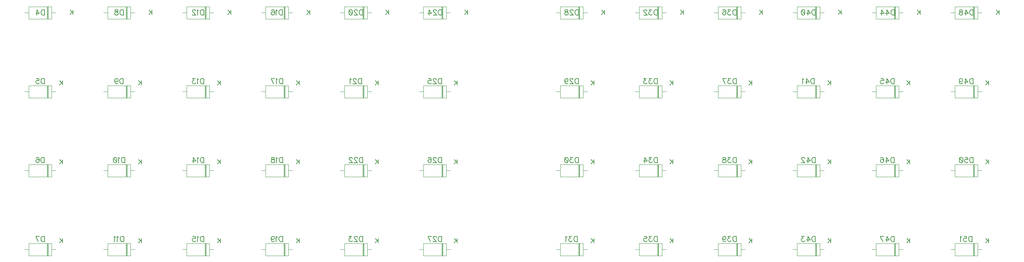
<source format=gbr>
%TF.GenerationSoftware,Novarm,DipTrace,4.3.0.4*%
%TF.CreationDate,2023-07-28T17:07:58+01:00*%
%FSLAX26Y26*%
%MOIN*%
%TF.FileFunction,Legend,Bot*%
%TF.Part,Single*%
%ADD10C,0.004724*%
%ADD22C,0.005906*%
%ADD116C,0.00772*%
G75*
G01*
%LPD*%
X9190945Y1193307D2*
D10*
X9150787D1*
Y1135433D2*
X8936614D1*
X9150787Y1251181D2*
Y1135433D1*
X9120079Y1251181D2*
Y1135433D1*
X9115354Y1251181D2*
Y1135433D1*
X9110630Y1251181D2*
Y1135433D1*
X8936614D2*
Y1251181D1*
X9150787D1*
X8896457Y1193307D2*
X8936614D1*
X6190945Y2693307D2*
X6150787D1*
Y2635433D2*
X5936614D1*
X6150787Y2751181D2*
Y2635433D1*
X6120079Y2751181D2*
Y2635433D1*
X6115354Y2751181D2*
Y2635433D1*
X6110630Y2751181D2*
Y2635433D1*
X5936614D2*
Y2751181D1*
X6150787D1*
X5896457Y2693307D2*
X5936614D1*
X1140945Y1943307D2*
X1100787D1*
Y1885433D2*
X886614D1*
X1100787Y2001181D2*
Y1885433D1*
X1070079Y2001181D2*
Y1885433D1*
X1065354Y2001181D2*
Y1885433D1*
X1060630Y2001181D2*
Y1885433D1*
X886614D2*
Y2001181D1*
X1100787D1*
X846457Y1943307D2*
X886614D1*
X4890945D2*
X4850787D1*
Y1885433D2*
X4636614D1*
X4850787Y2001181D2*
Y1885433D1*
X4820079Y2001181D2*
Y1885433D1*
X4815354Y2001181D2*
Y1885433D1*
X4810630Y2001181D2*
Y1885433D1*
X4636614D2*
Y2001181D1*
X4850787D1*
X4596457Y1943307D2*
X4636614D1*
X6940945Y2693307D2*
X6900787D1*
Y2635433D2*
X6686614D1*
X6900787Y2751181D2*
Y2635433D1*
X6870079Y2751181D2*
Y2635433D1*
X6865354Y2751181D2*
Y2635433D1*
X6860630Y2751181D2*
Y2635433D1*
X6686614D2*
Y2751181D1*
X6900787D1*
X6646457Y2693307D2*
X6686614D1*
X7690945Y1943307D2*
X7650787D1*
Y1885433D2*
X7436614D1*
X7650787Y2001181D2*
Y1885433D1*
X7620079Y2001181D2*
Y1885433D1*
X7615354Y2001181D2*
Y1885433D1*
X7610630Y2001181D2*
Y1885433D1*
X7436614D2*
Y2001181D1*
X7650787D1*
X7396457Y1943307D2*
X7436614D1*
X2640945Y3443307D2*
X2600787D1*
Y3385433D2*
X2386614D1*
X2600787Y3501181D2*
Y3385433D1*
X2570079Y3501181D2*
Y3385433D1*
X2565354Y3501181D2*
Y3385433D1*
X2560630Y3501181D2*
Y3385433D1*
X2386614D2*
Y3501181D1*
X2600787D1*
X2346457Y3443307D2*
X2386614D1*
X8440945Y2693307D2*
X8400787D1*
Y2635433D2*
X8186614D1*
X8400787Y2751181D2*
Y2635433D1*
X8370079Y2751181D2*
Y2635433D1*
X8365354Y2751181D2*
Y2635433D1*
X8360630Y2751181D2*
Y2635433D1*
X8186614D2*
Y2751181D1*
X8400787D1*
X8146457Y2693307D2*
X8186614D1*
X6190945Y3443307D2*
X6150787D1*
Y3385433D2*
X5936614D1*
X6150787Y3501181D2*
Y3385433D1*
X6120079Y3501181D2*
Y3385433D1*
X6115354Y3501181D2*
Y3385433D1*
X6110630Y3501181D2*
Y3385433D1*
X5936614D2*
Y3501181D1*
X6150787D1*
X5896457Y3443307D2*
X5936614D1*
X7690945Y2693307D2*
X7650787D1*
Y2635433D2*
X7436614D1*
X7650787Y2751181D2*
Y2635433D1*
X7620079Y2751181D2*
Y2635433D1*
X7615354Y2751181D2*
Y2635433D1*
X7610630Y2751181D2*
Y2635433D1*
X7436614D2*
Y2751181D1*
X7650787D1*
X7396457Y2693307D2*
X7436614D1*
X4890945D2*
X4850787D1*
Y2635433D2*
X4636614D1*
X4850787Y2751181D2*
Y2635433D1*
X4820079Y2751181D2*
Y2635433D1*
X4815354Y2751181D2*
Y2635433D1*
X4810630Y2751181D2*
Y2635433D1*
X4636614D2*
Y2751181D1*
X4850787D1*
X4596457Y2693307D2*
X4636614D1*
X7690945Y3443307D2*
X7650787D1*
Y3385433D2*
X7436614D1*
X7650787Y3501181D2*
Y3385433D1*
X7620079Y3501181D2*
Y3385433D1*
X7615354Y3501181D2*
Y3385433D1*
X7610630Y3501181D2*
Y3385433D1*
X7436614D2*
Y3501181D1*
X7650787D1*
X7396457Y3443307D2*
X7436614D1*
X4890945D2*
X4850787D1*
Y3385433D2*
X4636614D1*
X4850787Y3501181D2*
Y3385433D1*
X4820079Y3501181D2*
Y3385433D1*
X4815354Y3501181D2*
Y3385433D1*
X4810630Y3501181D2*
Y3385433D1*
X4636614D2*
Y3501181D1*
X4850787D1*
X4596457Y3443307D2*
X4636614D1*
X8440945Y1943307D2*
X8400787D1*
Y1885433D2*
X8186614D1*
X8400787Y2001181D2*
Y1885433D1*
X8370079Y2001181D2*
Y1885433D1*
X8365354Y2001181D2*
Y1885433D1*
X8360630Y2001181D2*
Y1885433D1*
X8186614D2*
Y2001181D1*
X8400787D1*
X8146457Y1943307D2*
X8186614D1*
X8440945Y1193307D2*
X8400787D1*
Y1135433D2*
X8186614D1*
X8400787Y1251181D2*
Y1135433D1*
X8370079Y1251181D2*
Y1135433D1*
X8365354Y1251181D2*
Y1135433D1*
X8360630Y1251181D2*
Y1135433D1*
X8186614D2*
Y1251181D1*
X8400787D1*
X8146457Y1193307D2*
X8186614D1*
X3390945Y2693307D2*
X3350787D1*
Y2635433D2*
X3136614D1*
X3350787Y2751181D2*
Y2635433D1*
X3320079Y2751181D2*
Y2635433D1*
X3315354Y2751181D2*
Y2635433D1*
X3310630Y2751181D2*
Y2635433D1*
X3136614D2*
Y2751181D1*
X3350787D1*
X3096457Y2693307D2*
X3136614D1*
X4140945Y1193307D2*
X4100787D1*
Y1135433D2*
X3886614D1*
X4100787Y1251181D2*
Y1135433D1*
X4070079Y1251181D2*
Y1135433D1*
X4065354Y1251181D2*
Y1135433D1*
X4060630Y1251181D2*
Y1135433D1*
X3886614D2*
Y1251181D1*
X4100787D1*
X3846457Y1193307D2*
X3886614D1*
X2640945Y2693307D2*
X2600787D1*
Y2635433D2*
X2386614D1*
X2600787Y2751181D2*
Y2635433D1*
X2570079Y2751181D2*
Y2635433D1*
X2565354Y2751181D2*
Y2635433D1*
X2560630Y2751181D2*
Y2635433D1*
X2386614D2*
Y2751181D1*
X2600787D1*
X2346457Y2693307D2*
X2386614D1*
X6190945Y1193307D2*
X6150787D1*
Y1135433D2*
X5936614D1*
X6150787Y1251181D2*
Y1135433D1*
X6120079Y1251181D2*
Y1135433D1*
X6115354Y1251181D2*
Y1135433D1*
X6110630Y1251181D2*
Y1135433D1*
X5936614D2*
Y1251181D1*
X6150787D1*
X5896457Y1193307D2*
X5936614D1*
X1890945Y1943307D2*
X1850787D1*
Y1885433D2*
X1636614D1*
X1850787Y2001181D2*
Y1885433D1*
X1820079Y2001181D2*
Y1885433D1*
X1815354Y2001181D2*
Y1885433D1*
X1810630Y2001181D2*
Y1885433D1*
X1636614D2*
Y2001181D1*
X1850787D1*
X1596457Y1943307D2*
X1636614D1*
X1140945Y1193307D2*
X1100787D1*
Y1135433D2*
X886614D1*
X1100787Y1251181D2*
Y1135433D1*
X1070079Y1251181D2*
Y1135433D1*
X1065354Y1251181D2*
Y1135433D1*
X1060630Y1251181D2*
Y1135433D1*
X886614D2*
Y1251181D1*
X1100787D1*
X846457Y1193307D2*
X886614D1*
X3390945Y1943307D2*
X3350787D1*
Y1885433D2*
X3136614D1*
X3350787Y2001181D2*
Y1885433D1*
X3320079Y2001181D2*
Y1885433D1*
X3315354Y2001181D2*
Y1885433D1*
X3310630Y2001181D2*
Y1885433D1*
X3136614D2*
Y2001181D1*
X3350787D1*
X3096457Y1943307D2*
X3136614D1*
X8440945Y3443307D2*
X8400787D1*
Y3385433D2*
X8186614D1*
X8400787Y3501181D2*
Y3385433D1*
X8370079Y3501181D2*
Y3385433D1*
X8365354Y3501181D2*
Y3385433D1*
X8360630Y3501181D2*
Y3385433D1*
X8186614D2*
Y3501181D1*
X8400787D1*
X8146457Y3443307D2*
X8186614D1*
X9940945Y1943307D2*
X9900787D1*
Y1885433D2*
X9686614D1*
X9900787Y2001181D2*
Y1885433D1*
X9870079Y2001181D2*
Y1885433D1*
X9865354Y2001181D2*
Y1885433D1*
X9860630Y2001181D2*
Y1885433D1*
X9686614D2*
Y2001181D1*
X9900787D1*
X9646457Y1943307D2*
X9686614D1*
X4140945D2*
X4100787D1*
Y1885433D2*
X3886614D1*
X4100787Y2001181D2*
Y1885433D1*
X4070079Y2001181D2*
Y1885433D1*
X4065354Y2001181D2*
Y1885433D1*
X4060630Y2001181D2*
Y1885433D1*
X3886614D2*
Y2001181D1*
X4100787D1*
X3846457Y1943307D2*
X3886614D1*
X4140945Y2693307D2*
X4100787D1*
Y2635433D2*
X3886614D1*
X4100787Y2751181D2*
Y2635433D1*
X4070079Y2751181D2*
Y2635433D1*
X4065354Y2751181D2*
Y2635433D1*
X4060630Y2751181D2*
Y2635433D1*
X3886614D2*
Y2751181D1*
X4100787D1*
X3846457Y2693307D2*
X3886614D1*
X9940945Y3443307D2*
X9900787D1*
Y3385433D2*
X9686614D1*
X9900787Y3501181D2*
Y3385433D1*
X9870079Y3501181D2*
Y3385433D1*
X9865354Y3501181D2*
Y3385433D1*
X9860630Y3501181D2*
Y3385433D1*
X9686614D2*
Y3501181D1*
X9900787D1*
X9646457Y3443307D2*
X9686614D1*
X1140945Y2693307D2*
X1100787D1*
Y2635433D2*
X886614D1*
X1100787Y2751181D2*
Y2635433D1*
X1070079Y2751181D2*
Y2635433D1*
X1065354Y2751181D2*
Y2635433D1*
X1060630Y2751181D2*
Y2635433D1*
X886614D2*
Y2751181D1*
X1100787D1*
X846457Y2693307D2*
X886614D1*
X7690945Y1193307D2*
X7650787D1*
Y1135433D2*
X7436614D1*
X7650787Y1251181D2*
Y1135433D1*
X7620079Y1251181D2*
Y1135433D1*
X7615354Y1251181D2*
Y1135433D1*
X7610630Y1251181D2*
Y1135433D1*
X7436614D2*
Y1251181D1*
X7650787D1*
X7396457Y1193307D2*
X7436614D1*
X1890945Y2693307D2*
X1850787D1*
Y2635433D2*
X1636614D1*
X1850787Y2751181D2*
Y2635433D1*
X1820079Y2751181D2*
Y2635433D1*
X1815354Y2751181D2*
Y2635433D1*
X1810630Y2751181D2*
Y2635433D1*
X1636614D2*
Y2751181D1*
X1850787D1*
X1596457Y2693307D2*
X1636614D1*
X6940945Y1193307D2*
X6900787D1*
Y1135433D2*
X6686614D1*
X6900787Y1251181D2*
Y1135433D1*
X6870079Y1251181D2*
Y1135433D1*
X6865354Y1251181D2*
Y1135433D1*
X6860630Y1251181D2*
Y1135433D1*
X6686614D2*
Y1251181D1*
X6900787D1*
X6646457Y1193307D2*
X6686614D1*
X2640945Y1943307D2*
X2600787D1*
Y1885433D2*
X2386614D1*
X2600787Y2001181D2*
Y1885433D1*
X2570079Y2001181D2*
Y1885433D1*
X2565354Y2001181D2*
Y1885433D1*
X2560630Y2001181D2*
Y1885433D1*
X2386614D2*
Y2001181D1*
X2600787D1*
X2346457Y1943307D2*
X2386614D1*
X3390945Y1193307D2*
X3350787D1*
Y1135433D2*
X3136614D1*
X3350787Y1251181D2*
Y1135433D1*
X3320079Y1251181D2*
Y1135433D1*
X3315354Y1251181D2*
Y1135433D1*
X3310630Y1251181D2*
Y1135433D1*
X3136614D2*
Y1251181D1*
X3350787D1*
X3096457Y1193307D2*
X3136614D1*
X4890945D2*
X4850787D1*
Y1135433D2*
X4636614D1*
X4850787Y1251181D2*
Y1135433D1*
X4820079Y1251181D2*
Y1135433D1*
X4815354Y1251181D2*
Y1135433D1*
X4810630Y1251181D2*
Y1135433D1*
X4636614D2*
Y1251181D1*
X4850787D1*
X4596457Y1193307D2*
X4636614D1*
X1140945Y3443307D2*
X1100787D1*
Y3385433D2*
X886614D1*
X1100787Y3501181D2*
Y3385433D1*
X1070079Y3501181D2*
Y3385433D1*
X1065354Y3501181D2*
Y3385433D1*
X1060630Y3501181D2*
Y3385433D1*
X886614D2*
Y3501181D1*
X1100787D1*
X846457Y3443307D2*
X886614D1*
X3390945D2*
X3350787D1*
Y3385433D2*
X3136614D1*
X3350787Y3501181D2*
Y3385433D1*
X3320079Y3501181D2*
Y3385433D1*
X3315354Y3501181D2*
Y3385433D1*
X3310630Y3501181D2*
Y3385433D1*
X3136614D2*
Y3501181D1*
X3350787D1*
X3096457Y3443307D2*
X3136614D1*
X1890945Y1193307D2*
X1850787D1*
Y1135433D2*
X1636614D1*
X1850787Y1251181D2*
Y1135433D1*
X1820079Y1251181D2*
Y1135433D1*
X1815354Y1251181D2*
Y1135433D1*
X1810630Y1251181D2*
Y1135433D1*
X1636614D2*
Y1251181D1*
X1850787D1*
X1596457Y1193307D2*
X1636614D1*
X6940945Y3443307D2*
X6900787D1*
Y3385433D2*
X6686614D1*
X6900787Y3501181D2*
Y3385433D1*
X6870079Y3501181D2*
Y3385433D1*
X6865354Y3501181D2*
Y3385433D1*
X6860630Y3501181D2*
Y3385433D1*
X6686614D2*
Y3501181D1*
X6900787D1*
X6646457Y3443307D2*
X6686614D1*
X6940945Y1943307D2*
X6900787D1*
Y1885433D2*
X6686614D1*
X6900787Y2001181D2*
Y1885433D1*
X6870079Y2001181D2*
Y1885433D1*
X6865354Y2001181D2*
Y1885433D1*
X6860630Y2001181D2*
Y1885433D1*
X6686614D2*
Y2001181D1*
X6900787D1*
X6646457Y1943307D2*
X6686614D1*
X9190945Y3443307D2*
X9150787D1*
Y3385433D2*
X8936614D1*
X9150787Y3501181D2*
Y3385433D1*
X9120079Y3501181D2*
Y3385433D1*
X9115354Y3501181D2*
Y3385433D1*
X9110630Y3501181D2*
Y3385433D1*
X8936614D2*
Y3501181D1*
X9150787D1*
X8896457Y3443307D2*
X8936614D1*
X1890945D2*
X1850787D1*
Y3385433D2*
X1636614D1*
X1850787Y3501181D2*
Y3385433D1*
X1820079Y3501181D2*
Y3385433D1*
X1815354Y3501181D2*
Y3385433D1*
X1810630Y3501181D2*
Y3385433D1*
X1636614D2*
Y3501181D1*
X1850787D1*
X1596457Y3443307D2*
X1636614D1*
X6190945Y1943307D2*
X6150787D1*
Y1885433D2*
X5936614D1*
X6150787Y2001181D2*
Y1885433D1*
X6120079Y2001181D2*
Y1885433D1*
X6115354Y2001181D2*
Y1885433D1*
X6110630Y2001181D2*
Y1885433D1*
X5936614D2*
Y2001181D1*
X6150787D1*
X5896457Y1943307D2*
X5936614D1*
X9940945Y1193307D2*
X9900787D1*
Y1135433D2*
X9686614D1*
X9900787Y1251181D2*
Y1135433D1*
X9870079Y1251181D2*
Y1135433D1*
X9865354Y1251181D2*
Y1135433D1*
X9860630Y1251181D2*
Y1135433D1*
X9686614D2*
Y1251181D1*
X9900787D1*
X9646457Y1193307D2*
X9686614D1*
X9940945Y2693307D2*
X9900787D1*
Y2635433D2*
X9686614D1*
X9900787Y2751181D2*
Y2635433D1*
X9870079Y2751181D2*
Y2635433D1*
X9865354Y2751181D2*
Y2635433D1*
X9860630Y2751181D2*
Y2635433D1*
X9686614D2*
Y2751181D1*
X9900787D1*
X9646457Y2693307D2*
X9686614D1*
X9190945D2*
X9150787D1*
Y2635433D2*
X8936614D1*
X9150787Y2751181D2*
Y2635433D1*
X9120079Y2751181D2*
Y2635433D1*
X9115354Y2751181D2*
Y2635433D1*
X9110630Y2751181D2*
Y2635433D1*
X8936614D2*
Y2751181D1*
X9150787D1*
X8896457Y2693307D2*
X8936614D1*
X9190945Y1943307D2*
X9150787D1*
Y1885433D2*
X8936614D1*
X9150787Y2001181D2*
Y1885433D1*
X9120079Y2001181D2*
Y1885433D1*
X9115354Y2001181D2*
Y1885433D1*
X9110630Y2001181D2*
Y1885433D1*
X8936614D2*
Y2001181D1*
X9150787D1*
X8896457Y1943307D2*
X8936614D1*
X4140945Y3443307D2*
X4100787D1*
Y3385433D2*
X3886614D1*
X4100787Y3501181D2*
Y3385433D1*
X4070079Y3501181D2*
Y3385433D1*
X4065354Y3501181D2*
Y3385433D1*
X4060630Y3501181D2*
Y3385433D1*
X3886614D2*
Y3501181D1*
X4100787D1*
X3846457Y3443307D2*
X3886614D1*
X2640945Y1193307D2*
X2600787D1*
Y1135433D2*
X2386614D1*
X2600787Y1251181D2*
Y1135433D1*
X2570079Y1251181D2*
Y1135433D1*
X2565354Y1251181D2*
Y1135433D1*
X2560630Y1251181D2*
Y1135433D1*
X2386614D2*
Y1251181D1*
X2600787D1*
X2346457Y1193307D2*
X2386614D1*
X9257098Y1298490D2*
D22*
Y1258298D1*
X9230303Y1298490D2*
X9257098Y1271695D1*
X9247548Y1281290D2*
X9230303Y1258298D1*
X9110568Y1318683D2*
D116*
Y1268443D1*
X9093822D1*
X9086637Y1270875D1*
X9081828Y1275628D1*
X9079452Y1280437D1*
X9077075Y1287567D1*
Y1299560D1*
X9079452Y1306745D1*
X9081828Y1311498D1*
X9086637Y1316307D1*
X9093822Y1318683D1*
X9110568D1*
X9037704Y1268443D2*
Y1318628D1*
X9061636Y1285190D1*
X9025766D1*
X9000765Y1268443D2*
X8976833Y1318628D1*
X9010327D1*
X6257098Y2798490D2*
D22*
Y2758298D1*
X6230303Y2798490D2*
X6257098Y2771695D1*
X6247548Y2781290D2*
X6230303Y2758298D1*
X6108192Y2818683D2*
D116*
Y2768443D1*
X6091445D1*
X6084260Y2770875D1*
X6079452Y2775628D1*
X6077075Y2780437D1*
X6074698Y2787567D1*
Y2799560D1*
X6077075Y2806745D1*
X6079452Y2811498D1*
X6084260Y2816307D1*
X6091445Y2818683D1*
X6108192D1*
X6056827Y2806690D2*
Y2809066D1*
X6054451Y2813875D1*
X6052074Y2816252D1*
X6047266Y2818628D1*
X6037704D1*
X6032951Y2816252D1*
X6030574Y2813875D1*
X6028142Y2809066D1*
Y2804313D1*
X6030574Y2799505D1*
X6035327Y2792375D1*
X6059259Y2768443D1*
X6025766D1*
X5979210Y2801937D2*
X5981642Y2794752D1*
X5986395Y2789943D1*
X5993580Y2787567D1*
X5995956D1*
X6003142Y2789943D1*
X6007895Y2794752D1*
X6010327Y2801937D1*
Y2804313D1*
X6007895Y2811498D1*
X6003142Y2816252D1*
X5995956Y2818628D1*
X5993580D1*
X5986395Y2816252D1*
X5981642Y2811498D1*
X5979210Y2801937D1*
Y2789943D1*
X5981642Y2778005D1*
X5986395Y2770820D1*
X5993580Y2768443D1*
X5998333D1*
X6005518Y2770820D1*
X6007895Y2775628D1*
X1207098Y2048490D2*
D22*
Y2008298D1*
X1180303Y2048490D2*
X1207098Y2021695D1*
X1197548Y2031290D2*
X1180303Y2008298D1*
X1033698Y2068683D2*
D116*
Y2018443D1*
X1016951D1*
X1009766Y2020875D1*
X1004958Y2025628D1*
X1002581Y2030437D1*
X1000204Y2037567D1*
Y2049560D1*
X1002581Y2056745D1*
X1004958Y2061498D1*
X1009766Y2066307D1*
X1016951Y2068683D1*
X1033698D1*
X956080Y2061498D2*
X958457Y2066252D1*
X965642Y2068628D1*
X970395D1*
X977580Y2066252D1*
X982389Y2059066D1*
X984765Y2047128D1*
Y2035190D1*
X982389Y2025628D1*
X977580Y2020820D1*
X970395Y2018443D1*
X968019D1*
X960889Y2020820D1*
X956080Y2025628D1*
X953704Y2032813D1*
Y2035190D1*
X956080Y2042375D1*
X960889Y2047128D1*
X968019Y2049505D1*
X970395D1*
X977580Y2047128D1*
X982389Y2042375D1*
X984765Y2035190D1*
X4957098Y2048490D2*
D22*
Y2008298D1*
X4930303Y2048490D2*
X4957098Y2021695D1*
X4947548Y2031290D2*
X4930303Y2008298D1*
X4808164Y2068683D2*
D116*
Y2018443D1*
X4791417D1*
X4784232Y2020875D1*
X4779424Y2025628D1*
X4777047Y2030437D1*
X4774671Y2037567D1*
Y2049560D1*
X4777047Y2056745D1*
X4779424Y2061498D1*
X4784232Y2066307D1*
X4791417Y2068683D1*
X4808164D1*
X4756800Y2056690D2*
Y2059066D1*
X4754423Y2063875D1*
X4752046Y2066252D1*
X4747238Y2068628D1*
X4737676D1*
X4732923Y2066252D1*
X4730547Y2063875D1*
X4728115Y2059066D1*
Y2054313D1*
X4730547Y2049505D1*
X4735300Y2042375D1*
X4759232Y2018443D1*
X4725738D1*
X4681614Y2061498D2*
X4683991Y2066252D1*
X4691176Y2068628D1*
X4695929D1*
X4703114Y2066252D1*
X4707922Y2059066D1*
X4710299Y2047128D1*
Y2035190D1*
X4707922Y2025628D1*
X4703114Y2020820D1*
X4695929Y2018443D1*
X4693552D1*
X4686423Y2020820D1*
X4681614Y2025628D1*
X4679237Y2032813D1*
Y2035190D1*
X4681614Y2042375D1*
X4686423Y2047128D1*
X4693552Y2049505D1*
X4695929D1*
X4703114Y2047128D1*
X4707922Y2042375D1*
X4710299Y2035190D1*
X7007098Y2798490D2*
D22*
Y2758298D1*
X6980303Y2798490D2*
X7007098Y2771695D1*
X6997548Y2781290D2*
X6980303Y2758298D1*
X6859380Y2818683D2*
D116*
Y2768443D1*
X6842633D1*
X6835448Y2770875D1*
X6830640Y2775628D1*
X6828263Y2780437D1*
X6825887Y2787567D1*
Y2799560D1*
X6828263Y2806745D1*
X6830640Y2811498D1*
X6835448Y2816307D1*
X6842633Y2818683D1*
X6859380D1*
X6805639Y2818628D2*
X6779386D1*
X6793701Y2799505D1*
X6786516D1*
X6781763Y2797128D1*
X6779386Y2794752D1*
X6776954Y2787567D1*
Y2782813D1*
X6779386Y2775628D1*
X6784139Y2770820D1*
X6791324Y2768443D1*
X6798509D1*
X6805639Y2770820D1*
X6808016Y2773252D1*
X6810447Y2778005D1*
X6756706Y2818628D2*
X6730453D1*
X6744768Y2799505D1*
X6737583D1*
X6732830Y2797128D1*
X6730453Y2794752D1*
X6728022Y2787567D1*
Y2782813D1*
X6730453Y2775628D1*
X6735207Y2770820D1*
X6742392Y2768443D1*
X6749577D1*
X6756706Y2770820D1*
X6759083Y2773252D1*
X6761515Y2778005D1*
X7757098Y2048490D2*
D22*
Y2008298D1*
X7730303Y2048490D2*
X7757098Y2021695D1*
X7747548Y2031290D2*
X7730303Y2008298D1*
X7609352Y2068683D2*
D116*
Y2018443D1*
X7592606D1*
X7585421Y2020875D1*
X7580612Y2025628D1*
X7578236Y2030437D1*
X7575859Y2037567D1*
Y2049560D1*
X7578236Y2056745D1*
X7580612Y2061498D1*
X7585421Y2066307D1*
X7592606Y2068683D1*
X7609352D1*
X7555611Y2068628D2*
X7529358D1*
X7543673Y2049505D1*
X7536488D1*
X7531735Y2047128D1*
X7529358Y2044752D1*
X7526926Y2037567D1*
Y2032813D1*
X7529358Y2025628D1*
X7534112Y2020820D1*
X7541297Y2018443D1*
X7548482D1*
X7555611Y2020820D1*
X7557988Y2023252D1*
X7560420Y2028005D1*
X7499549Y2068628D2*
X7506679Y2066252D1*
X7509111Y2061498D1*
Y2056690D1*
X7506679Y2051937D1*
X7501926Y2049505D1*
X7492364Y2047128D1*
X7485179Y2044752D1*
X7480426Y2039943D1*
X7478049Y2035190D1*
Y2028005D1*
X7480426Y2023252D1*
X7482802Y2020820D1*
X7489987Y2018443D1*
X7499549D1*
X7506679Y2020820D1*
X7509111Y2023252D1*
X7511487Y2028005D1*
Y2035190D1*
X7509111Y2039943D1*
X7504302Y2044752D1*
X7497172Y2047128D1*
X7487611Y2049505D1*
X7482802Y2051937D1*
X7480426Y2056690D1*
Y2061498D1*
X7482802Y2066252D1*
X7489987Y2068628D1*
X7499549D1*
X2807098Y3466207D2*
D22*
Y3426015D1*
X2780303Y3466207D2*
X2807098Y3439412D1*
X2797548Y3449007D2*
X2780303Y3426015D1*
X2548630Y3471833D2*
D116*
Y3421593D1*
X2531883D1*
X2524698Y3424025D1*
X2519890Y3428778D1*
X2517513Y3433586D1*
X2515137Y3440716D1*
Y3452710D1*
X2517513Y3459895D1*
X2519890Y3464648D1*
X2524698Y3469456D1*
X2531883Y3471833D1*
X2548630D1*
X2499698Y3462216D2*
X2494889Y3464648D1*
X2487704Y3471778D1*
Y3421593D1*
X2469833Y3459839D2*
Y3462216D1*
X2467456Y3467025D1*
X2465080Y3469401D1*
X2460271Y3471778D1*
X2450710D1*
X2445956Y3469401D1*
X2443580Y3467025D1*
X2441148Y3462216D1*
Y3457463D1*
X2443580Y3452654D1*
X2448333Y3445525D1*
X2472265Y3421593D1*
X2438771D1*
X8507098Y2798490D2*
D22*
Y2758298D1*
X8480303Y2798490D2*
X8507098Y2771695D1*
X8497548Y2781290D2*
X8480303Y2758298D1*
X8349818Y2818683D2*
D116*
Y2768443D1*
X8333072D1*
X8325887Y2770875D1*
X8321078Y2775628D1*
X8318702Y2780437D1*
X8316325Y2787567D1*
Y2799560D1*
X8318702Y2806745D1*
X8321078Y2811498D1*
X8325887Y2816307D1*
X8333072Y2818683D1*
X8349818D1*
X8276954Y2768443D2*
Y2818628D1*
X8300886Y2785190D1*
X8265016D1*
X8249577Y2809066D2*
X8244768Y2811498D1*
X8237583Y2818628D1*
Y2768443D1*
X6357098Y3466207D2*
D22*
Y3426015D1*
X6330303Y3466207D2*
X6357098Y3439412D1*
X6347548Y3449007D2*
X6330303Y3426015D1*
X6109352Y3471833D2*
D116*
Y3421593D1*
X6092606D1*
X6085421Y3424025D1*
X6080612Y3428778D1*
X6078236Y3433586D1*
X6075859Y3440716D1*
Y3452710D1*
X6078236Y3459895D1*
X6080612Y3464648D1*
X6085421Y3469456D1*
X6092606Y3471833D1*
X6109352D1*
X6057988Y3459839D2*
Y3462216D1*
X6055611Y3467025D1*
X6053235Y3469401D1*
X6048426Y3471778D1*
X6038865D1*
X6034112Y3469401D1*
X6031735Y3467025D1*
X6029303Y3462216D1*
Y3457463D1*
X6031735Y3452654D1*
X6036488Y3445525D1*
X6060420Y3421593D1*
X6026926D1*
X5999549Y3471778D2*
X6006679Y3469401D1*
X6009111Y3464648D1*
Y3459839D1*
X6006679Y3455086D1*
X6001926Y3452654D1*
X5992364Y3450278D1*
X5985179Y3447901D1*
X5980426Y3443093D1*
X5978049Y3438340D1*
Y3431155D1*
X5980426Y3426401D1*
X5982802Y3423970D1*
X5989987Y3421593D1*
X5999549D1*
X6006679Y3423970D1*
X6009111Y3426401D1*
X6011487Y3431155D1*
Y3438340D1*
X6009111Y3443093D1*
X6004302Y3447901D1*
X5997172Y3450278D1*
X5987611Y3452654D1*
X5982802Y3455086D1*
X5980426Y3459839D1*
Y3464648D1*
X5982802Y3469401D1*
X5989987Y3471778D1*
X5999549D1*
X7757098Y2798490D2*
D22*
Y2758298D1*
X7730303Y2798490D2*
X7757098Y2771695D1*
X7747548Y2781290D2*
X7730303Y2758298D1*
X7609380Y2818683D2*
D116*
Y2768443D1*
X7592633D1*
X7585448Y2770875D1*
X7580640Y2775628D1*
X7578263Y2780437D1*
X7575887Y2787567D1*
Y2799560D1*
X7578263Y2806745D1*
X7580640Y2811498D1*
X7585448Y2816307D1*
X7592633Y2818683D1*
X7609380D1*
X7555639Y2818628D2*
X7529386D1*
X7543701Y2799505D1*
X7536516D1*
X7531763Y2797128D1*
X7529386Y2794752D1*
X7526954Y2787567D1*
Y2782813D1*
X7529386Y2775628D1*
X7534139Y2770820D1*
X7541324Y2768443D1*
X7548509D1*
X7555639Y2770820D1*
X7558016Y2773252D1*
X7560447Y2778005D1*
X7501953Y2768443D2*
X7478022Y2818628D1*
X7511515D1*
X4957098Y2798490D2*
D22*
Y2758298D1*
X4930303Y2798490D2*
X4957098Y2771695D1*
X4947548Y2781290D2*
X4930303Y2758298D1*
X4809380Y2818683D2*
D116*
Y2768443D1*
X4792633D1*
X4785448Y2770875D1*
X4780640Y2775628D1*
X4778263Y2780437D1*
X4775887Y2787567D1*
Y2799560D1*
X4778263Y2806745D1*
X4780640Y2811498D1*
X4785448Y2816307D1*
X4792633Y2818683D1*
X4809380D1*
X4758016Y2806690D2*
Y2809066D1*
X4755639Y2813875D1*
X4753262Y2816252D1*
X4748454Y2818628D1*
X4738892D1*
X4734139Y2816252D1*
X4731763Y2813875D1*
X4729331Y2809066D1*
Y2804313D1*
X4731763Y2799505D1*
X4736516Y2792375D1*
X4760447Y2768443D1*
X4726954D1*
X4682830Y2818628D2*
X4706706D1*
X4709083Y2797128D1*
X4706706Y2799505D1*
X4699521Y2801937D1*
X4692392D1*
X4685207Y2799505D1*
X4680398Y2794752D1*
X4678022Y2787567D1*
Y2782813D1*
X4680398Y2775628D1*
X4685207Y2770820D1*
X4692392Y2768443D1*
X4699521D1*
X4706706Y2770820D1*
X4709083Y2773252D1*
X4711515Y2778005D1*
X7857098Y3466207D2*
D22*
Y3426015D1*
X7830303Y3466207D2*
X7857098Y3439412D1*
X7847548Y3449007D2*
X7830303Y3426015D1*
X7608164Y3471833D2*
D116*
Y3421593D1*
X7591417D1*
X7584232Y3424025D1*
X7579424Y3428778D1*
X7577047Y3433586D1*
X7574671Y3440716D1*
Y3452710D1*
X7577047Y3459895D1*
X7579424Y3464648D1*
X7584232Y3469456D1*
X7591417Y3471833D1*
X7608164D1*
X7554423Y3471778D2*
X7528170D1*
X7542485Y3452654D1*
X7535300D1*
X7530547Y3450278D1*
X7528170Y3447901D1*
X7525738Y3440716D1*
Y3435963D1*
X7528170Y3428778D1*
X7532923Y3423970D1*
X7540108Y3421593D1*
X7547293D1*
X7554423Y3423970D1*
X7556800Y3426401D1*
X7559232Y3431155D1*
X7481614Y3464648D2*
X7483991Y3469401D1*
X7491176Y3471778D1*
X7495929D1*
X7503114Y3469401D1*
X7507922Y3462216D1*
X7510299Y3450278D1*
Y3438340D1*
X7507922Y3428778D1*
X7503114Y3423970D1*
X7495929Y3421593D1*
X7493552D1*
X7486423Y3423970D1*
X7481614Y3428778D1*
X7479237Y3435963D1*
Y3438340D1*
X7481614Y3445525D1*
X7486423Y3450278D1*
X7493552Y3452654D1*
X7495929D1*
X7503114Y3450278D1*
X7507922Y3445525D1*
X7510299Y3438340D1*
X5057098Y3466207D2*
D22*
Y3426015D1*
X5030303Y3466207D2*
X5057098Y3439412D1*
X5047548Y3449007D2*
X5030303Y3426015D1*
X4810568Y3471833D2*
D116*
Y3421593D1*
X4793822D1*
X4786637Y3424025D1*
X4781828Y3428778D1*
X4779452Y3433586D1*
X4777075Y3440716D1*
Y3452710D1*
X4779452Y3459895D1*
X4781828Y3464648D1*
X4786637Y3469456D1*
X4793822Y3471833D1*
X4810568D1*
X4759204Y3459839D2*
Y3462216D1*
X4756827Y3467025D1*
X4754451Y3469401D1*
X4749642Y3471778D1*
X4740081D1*
X4735327Y3469401D1*
X4732951Y3467025D1*
X4730519Y3462216D1*
Y3457463D1*
X4732951Y3452654D1*
X4737704Y3445525D1*
X4761636Y3421593D1*
X4728142D1*
X4688771D2*
Y3471778D1*
X4712703Y3438340D1*
X4676833D1*
X8507098Y2048490D2*
D22*
Y2008298D1*
X8480303Y2048490D2*
X8507098Y2021695D1*
X8497548Y2031290D2*
X8480303Y2008298D1*
X8360568Y2068683D2*
D116*
Y2018443D1*
X8343822D1*
X8336637Y2020875D1*
X8331828Y2025628D1*
X8329452Y2030437D1*
X8327075Y2037567D1*
Y2049560D1*
X8329452Y2056745D1*
X8331828Y2061498D1*
X8336637Y2066307D1*
X8343822Y2068683D1*
X8360568D1*
X8287704Y2018443D2*
Y2068628D1*
X8311636Y2035190D1*
X8275766D1*
X8257895Y2056690D2*
Y2059066D1*
X8255518Y2063875D1*
X8253142Y2066252D1*
X8248333Y2068628D1*
X8238771D1*
X8234018Y2066252D1*
X8231642Y2063875D1*
X8229210Y2059066D1*
Y2054313D1*
X8231642Y2049505D1*
X8236395Y2042375D1*
X8260327Y2018443D1*
X8226833D1*
X8507098Y1298490D2*
D22*
Y1258298D1*
X8480303Y1298490D2*
X8507098Y1271695D1*
X8497548Y1281290D2*
X8480303Y1258298D1*
X8360568Y1318683D2*
D116*
Y1268443D1*
X8343822D1*
X8336637Y1270875D1*
X8331828Y1275628D1*
X8329452Y1280437D1*
X8327075Y1287567D1*
Y1299560D1*
X8329452Y1306745D1*
X8331828Y1311498D1*
X8336637Y1316307D1*
X8343822Y1318683D1*
X8360568D1*
X8287704Y1268443D2*
Y1318628D1*
X8311636Y1285190D1*
X8275766D1*
X8255518Y1318628D2*
X8229265D1*
X8243580Y1299505D1*
X8236395D1*
X8231642Y1297128D1*
X8229265Y1294752D1*
X8226833Y1287567D1*
Y1282813D1*
X8229265Y1275628D1*
X8234018Y1270820D1*
X8241203Y1268443D1*
X8248388D1*
X8255518Y1270820D1*
X8257895Y1273252D1*
X8260327Y1278005D1*
X3457098Y2798490D2*
D22*
Y2758298D1*
X3430303Y2798490D2*
X3457098Y2771695D1*
X3447548Y2781290D2*
X3430303Y2758298D1*
X3298630Y2818683D2*
D116*
Y2768443D1*
X3281883D1*
X3274698Y2770875D1*
X3269890Y2775628D1*
X3267513Y2780437D1*
X3265137Y2787567D1*
Y2799560D1*
X3267513Y2806745D1*
X3269890Y2811498D1*
X3274698Y2816307D1*
X3281883Y2818683D1*
X3298630D1*
X3249698Y2809066D2*
X3244889Y2811498D1*
X3237704Y2818628D1*
Y2768443D1*
X3212703D2*
X3188771Y2818628D1*
X3222265D1*
X4207098Y1298490D2*
D22*
Y1258298D1*
X4180303Y1298490D2*
X4207098Y1271695D1*
X4197548Y1281290D2*
X4180303Y1258298D1*
X4059380Y1318683D2*
D116*
Y1268443D1*
X4042633D1*
X4035448Y1270875D1*
X4030640Y1275628D1*
X4028263Y1280437D1*
X4025887Y1287567D1*
Y1299560D1*
X4028263Y1306745D1*
X4030640Y1311498D1*
X4035448Y1316307D1*
X4042633Y1318683D1*
X4059380D1*
X4008016Y1306690D2*
Y1309066D1*
X4005639Y1313875D1*
X4003262Y1316252D1*
X3998454Y1318628D1*
X3988892D1*
X3984139Y1316252D1*
X3981763Y1313875D1*
X3979331Y1309066D1*
Y1304313D1*
X3981763Y1299505D1*
X3986516Y1292375D1*
X4010447Y1268443D1*
X3976954D1*
X3956706Y1318628D2*
X3930453D1*
X3944768Y1299505D1*
X3937583D1*
X3932830Y1297128D1*
X3930453Y1294752D1*
X3928022Y1287567D1*
Y1282813D1*
X3930453Y1275628D1*
X3935207Y1270820D1*
X3942392Y1268443D1*
X3949577D1*
X3956706Y1270820D1*
X3959083Y1273252D1*
X3961515Y1278005D1*
X2707098Y2798490D2*
D22*
Y2758298D1*
X2680303Y2798490D2*
X2707098Y2771695D1*
X2697548Y2781290D2*
X2680303Y2758298D1*
X2548630Y2818683D2*
D116*
Y2768443D1*
X2531883D1*
X2524698Y2770875D1*
X2519890Y2775628D1*
X2517513Y2780437D1*
X2515137Y2787567D1*
Y2799560D1*
X2517513Y2806745D1*
X2519890Y2811498D1*
X2524698Y2816307D1*
X2531883Y2818683D1*
X2548630D1*
X2499698Y2809066D2*
X2494889Y2811498D1*
X2487704Y2818628D1*
Y2768443D1*
X2467456Y2818628D2*
X2441203D1*
X2455518Y2799505D1*
X2448333D1*
X2443580Y2797128D1*
X2441203Y2794752D1*
X2438771Y2787567D1*
Y2782813D1*
X2441203Y2775628D1*
X2445956Y2770820D1*
X2453142Y2768443D1*
X2460327D1*
X2467456Y2770820D1*
X2469833Y2773252D1*
X2472265Y2778005D1*
X6257098Y1298490D2*
D22*
Y1258298D1*
X6230303Y1298490D2*
X6257098Y1271695D1*
X6247548Y1281290D2*
X6230303Y1258298D1*
X6098630Y1318683D2*
D116*
Y1268443D1*
X6081883D1*
X6074698Y1270875D1*
X6069890Y1275628D1*
X6067513Y1280437D1*
X6065137Y1287567D1*
Y1299560D1*
X6067513Y1306745D1*
X6069890Y1311498D1*
X6074698Y1316307D1*
X6081883Y1318683D1*
X6098630D1*
X6044889Y1318628D2*
X6018636D1*
X6032951Y1299505D1*
X6025766D1*
X6021013Y1297128D1*
X6018636Y1294752D1*
X6016204Y1287567D1*
Y1282813D1*
X6018636Y1275628D1*
X6023389Y1270820D1*
X6030574Y1268443D1*
X6037759D1*
X6044889Y1270820D1*
X6047266Y1273252D1*
X6049698Y1278005D1*
X6000765Y1309066D2*
X5995956Y1311498D1*
X5988771Y1318628D1*
Y1268443D1*
X1957098Y2048490D2*
D22*
Y2008298D1*
X1930303Y2048490D2*
X1957098Y2021695D1*
X1947548Y2031290D2*
X1930303Y2008298D1*
X1798630Y2068683D2*
D116*
Y2018443D1*
X1781883D1*
X1774698Y2020875D1*
X1769890Y2025628D1*
X1767513Y2030437D1*
X1765137Y2037567D1*
Y2049560D1*
X1767513Y2056745D1*
X1769890Y2061498D1*
X1774698Y2066307D1*
X1781883Y2068683D1*
X1798630D1*
X1749698Y2059066D2*
X1744889Y2061498D1*
X1737704Y2068628D1*
Y2018443D1*
X1707895Y2068628D2*
X1715080Y2066252D1*
X1719888Y2059066D1*
X1722265Y2047128D1*
Y2039943D1*
X1719888Y2028005D1*
X1715080Y2020820D1*
X1707895Y2018443D1*
X1703142D1*
X1695956Y2020820D1*
X1691203Y2028005D1*
X1688771Y2039943D1*
Y2047128D1*
X1691203Y2059066D1*
X1695956Y2066252D1*
X1703142Y2068628D1*
X1707895D1*
X1691203Y2059066D2*
X1719888Y2028005D1*
X1207098Y1298490D2*
D22*
Y1258298D1*
X1180303Y1298490D2*
X1207098Y1271695D1*
X1197548Y1281290D2*
X1180303Y1258298D1*
X1034914Y1318683D2*
D116*
Y1268443D1*
X1018167D1*
X1010982Y1270875D1*
X1006174Y1275628D1*
X1003797Y1280437D1*
X1001420Y1287567D1*
Y1299560D1*
X1003797Y1306745D1*
X1006174Y1311498D1*
X1010982Y1316307D1*
X1018167Y1318683D1*
X1034914D1*
X976420Y1268443D2*
X952488Y1318628D1*
X985981D1*
X3457098Y2048490D2*
D22*
Y2008298D1*
X3430303Y2048490D2*
X3457098Y2021695D1*
X3447548Y2031290D2*
X3430303Y2008298D1*
X3298602Y2068683D2*
D116*
Y2018443D1*
X3281856D1*
X3274671Y2020875D1*
X3269862Y2025628D1*
X3267486Y2030437D1*
X3265109Y2037567D1*
Y2049560D1*
X3267486Y2056745D1*
X3269862Y2061498D1*
X3274671Y2066307D1*
X3281856Y2068683D1*
X3298602D1*
X3249670Y2059066D2*
X3244861Y2061498D1*
X3237676Y2068628D1*
Y2018443D1*
X3210299Y2068628D2*
X3217429Y2066252D1*
X3219861Y2061498D1*
Y2056690D1*
X3217429Y2051937D1*
X3212676Y2049505D1*
X3203114Y2047128D1*
X3195929Y2044752D1*
X3191176Y2039943D1*
X3188799Y2035190D1*
Y2028005D1*
X3191176Y2023252D1*
X3193552Y2020820D1*
X3200737Y2018443D1*
X3210299D1*
X3217429Y2020820D1*
X3219861Y2023252D1*
X3222237Y2028005D1*
Y2035190D1*
X3219861Y2039943D1*
X3215052Y2044752D1*
X3207922Y2047128D1*
X3198361Y2049505D1*
X3193552Y2051937D1*
X3191176Y2056690D1*
Y2061498D1*
X3193552Y2066252D1*
X3200737Y2068628D1*
X3210299D1*
X8607098Y3466207D2*
D22*
Y3426015D1*
X8580303Y3466207D2*
X8607098Y3439412D1*
X8597548Y3449007D2*
X8580303Y3426015D1*
X8360568Y3471833D2*
D116*
Y3421593D1*
X8343822D1*
X8336637Y3424025D1*
X8331828Y3428778D1*
X8329452Y3433586D1*
X8327075Y3440716D1*
Y3452710D1*
X8329452Y3459895D1*
X8331828Y3464648D1*
X8336637Y3469456D1*
X8343822Y3471833D1*
X8360568D1*
X8287704Y3421593D2*
Y3471778D1*
X8311636Y3438340D1*
X8275766D1*
X8245956Y3471778D2*
X8253142Y3469401D1*
X8257950Y3462216D1*
X8260327Y3450278D1*
Y3443093D1*
X8257950Y3431155D1*
X8253142Y3423970D1*
X8245956Y3421593D1*
X8241203D1*
X8234018Y3423970D1*
X8229265Y3431155D1*
X8226833Y3443093D1*
Y3450278D1*
X8229265Y3462216D1*
X8234018Y3469401D1*
X8241203Y3471778D1*
X8245956D1*
X8229265Y3462216D2*
X8257950Y3431155D1*
X10007098Y2048490D2*
D22*
Y2008298D1*
X9980303Y2048490D2*
X10007098Y2021695D1*
X9997548Y2031290D2*
X9980303Y2008298D1*
X9859380Y2068683D2*
D116*
Y2018443D1*
X9842633D1*
X9835448Y2020875D1*
X9830640Y2025628D1*
X9828263Y2030437D1*
X9825887Y2037567D1*
Y2049560D1*
X9828263Y2056745D1*
X9830640Y2061498D1*
X9835448Y2066307D1*
X9842633Y2068683D1*
X9859380D1*
X9781763Y2068628D2*
X9805639D1*
X9808016Y2047128D1*
X9805639Y2049505D1*
X9798454Y2051937D1*
X9791324D1*
X9784139Y2049505D1*
X9779331Y2044752D1*
X9776954Y2037567D1*
Y2032813D1*
X9779331Y2025628D1*
X9784139Y2020820D1*
X9791324Y2018443D1*
X9798454D1*
X9805639Y2020820D1*
X9808016Y2023252D1*
X9810447Y2028005D1*
X9747145Y2068628D2*
X9754330Y2066252D1*
X9759138Y2059066D1*
X9761515Y2047128D1*
Y2039943D1*
X9759138Y2028005D1*
X9754330Y2020820D1*
X9747145Y2018443D1*
X9742392D1*
X9735207Y2020820D1*
X9730453Y2028005D1*
X9728022Y2039943D1*
Y2047128D1*
X9730453Y2059066D1*
X9735207Y2066252D1*
X9742392Y2068628D1*
X9747145D1*
X9730453Y2059066D2*
X9759138Y2028005D1*
X4207098Y2048490D2*
D22*
Y2008298D1*
X4180303Y2048490D2*
X4207098Y2021695D1*
X4197548Y2031290D2*
X4180303Y2008298D1*
X4059380Y2068683D2*
D116*
Y2018443D1*
X4042633D1*
X4035448Y2020875D1*
X4030640Y2025628D1*
X4028263Y2030437D1*
X4025887Y2037567D1*
Y2049560D1*
X4028263Y2056745D1*
X4030640Y2061498D1*
X4035448Y2066307D1*
X4042633Y2068683D1*
X4059380D1*
X4008016Y2056690D2*
Y2059066D1*
X4005639Y2063875D1*
X4003262Y2066252D1*
X3998454Y2068628D1*
X3988892D1*
X3984139Y2066252D1*
X3981763Y2063875D1*
X3979331Y2059066D1*
Y2054313D1*
X3981763Y2049505D1*
X3986516Y2042375D1*
X4010447Y2018443D1*
X3976954D1*
X3959083Y2056690D2*
Y2059066D1*
X3956706Y2063875D1*
X3954330Y2066252D1*
X3949521Y2068628D1*
X3939960D1*
X3935207Y2066252D1*
X3932830Y2063875D1*
X3930398Y2059066D1*
Y2054313D1*
X3932830Y2049505D1*
X3937583Y2042375D1*
X3961515Y2018443D1*
X3928022D1*
X4207098Y2798490D2*
D22*
Y2758298D1*
X4180303Y2798490D2*
X4207098Y2771695D1*
X4197548Y2781290D2*
X4180303Y2758298D1*
X4048630Y2818683D2*
D116*
Y2768443D1*
X4031883D1*
X4024698Y2770875D1*
X4019890Y2775628D1*
X4017513Y2780437D1*
X4015137Y2787567D1*
Y2799560D1*
X4017513Y2806745D1*
X4019890Y2811498D1*
X4024698Y2816307D1*
X4031883Y2818683D1*
X4048630D1*
X3997266Y2806690D2*
Y2809066D1*
X3994889Y2813875D1*
X3992512Y2816252D1*
X3987704Y2818628D1*
X3978142D1*
X3973389Y2816252D1*
X3971013Y2813875D1*
X3968581Y2809066D1*
Y2804313D1*
X3971013Y2799505D1*
X3975766Y2792375D1*
X3999698Y2768443D1*
X3966204D1*
X3950765Y2809066D2*
X3945956Y2811498D1*
X3938771Y2818628D1*
Y2768443D1*
X10107098Y3466207D2*
D22*
Y3426015D1*
X10080303Y3466207D2*
X10107098Y3439412D1*
X10097548Y3449007D2*
X10080303Y3426015D1*
X9860541Y3471833D2*
D116*
Y3421593D1*
X9843794D1*
X9836609Y3424025D1*
X9831801Y3428778D1*
X9829424Y3433586D1*
X9827047Y3440716D1*
Y3452710D1*
X9829424Y3459895D1*
X9831801Y3464648D1*
X9836609Y3469456D1*
X9843794Y3471833D1*
X9860541D1*
X9787676Y3421593D2*
Y3471778D1*
X9811608Y3438340D1*
X9775738D1*
X9748361Y3471778D2*
X9755490Y3469401D1*
X9757922Y3464648D1*
Y3459839D1*
X9755490Y3455086D1*
X9750737Y3452654D1*
X9741176Y3450278D1*
X9733991Y3447901D1*
X9729237Y3443093D1*
X9726861Y3438340D1*
Y3431155D1*
X9729237Y3426401D1*
X9731614Y3423970D1*
X9738799Y3421593D1*
X9748361D1*
X9755490Y3423970D1*
X9757922Y3426401D1*
X9760299Y3431155D1*
Y3438340D1*
X9757922Y3443093D1*
X9753114Y3447901D1*
X9745984Y3450278D1*
X9736423Y3452654D1*
X9731614Y3455086D1*
X9729237Y3459839D1*
Y3464648D1*
X9731614Y3469401D1*
X9738799Y3471778D1*
X9748361D1*
X1207098Y2798490D2*
D22*
Y2758298D1*
X1180303Y2798490D2*
X1207098Y2771695D1*
X1197548Y2781290D2*
X1180303Y2758298D1*
X1034914Y2818683D2*
D116*
Y2768443D1*
X1018167D1*
X1010982Y2770875D1*
X1006174Y2775628D1*
X1003797Y2780437D1*
X1001420Y2787567D1*
Y2799560D1*
X1003797Y2806745D1*
X1006174Y2811498D1*
X1010982Y2816307D1*
X1018167Y2818683D1*
X1034914D1*
X957296Y2818628D2*
X981173D1*
X983549Y2797128D1*
X981173Y2799505D1*
X973988Y2801937D1*
X966858D1*
X959673Y2799505D1*
X954864Y2794752D1*
X952488Y2787567D1*
Y2782813D1*
X954864Y2775628D1*
X959673Y2770820D1*
X966858Y2768443D1*
X973988D1*
X981173Y2770820D1*
X983549Y2773252D1*
X985981Y2778005D1*
X7757098Y1298490D2*
D22*
Y1258298D1*
X7730303Y1298490D2*
X7757098Y1271695D1*
X7747548Y1281290D2*
X7730303Y1258298D1*
X7608192Y1318683D2*
D116*
Y1268443D1*
X7591445D1*
X7584260Y1270875D1*
X7579452Y1275628D1*
X7577075Y1280437D1*
X7574698Y1287567D1*
Y1299560D1*
X7577075Y1306745D1*
X7579452Y1311498D1*
X7584260Y1316307D1*
X7591445Y1318683D1*
X7608192D1*
X7554451Y1318628D2*
X7528198D1*
X7542512Y1299505D1*
X7535327D1*
X7530574Y1297128D1*
X7528198Y1294752D1*
X7525766Y1287567D1*
Y1282813D1*
X7528198Y1275628D1*
X7532951Y1270820D1*
X7540136Y1268443D1*
X7547321D1*
X7554451Y1270820D1*
X7556827Y1273252D1*
X7559259Y1278005D1*
X7479210Y1301937D2*
X7481642Y1294752D1*
X7486395Y1289943D1*
X7493580Y1287567D1*
X7495956D1*
X7503142Y1289943D1*
X7507895Y1294752D1*
X7510327Y1301937D1*
Y1304313D1*
X7507895Y1311498D1*
X7503142Y1316252D1*
X7495956Y1318628D1*
X7493580D1*
X7486395Y1316252D1*
X7481642Y1311498D1*
X7479210Y1301937D1*
Y1289943D1*
X7481642Y1278005D1*
X7486395Y1270820D1*
X7493580Y1268443D1*
X7498333D1*
X7505518Y1270820D1*
X7507895Y1275628D1*
X1957098Y2798490D2*
D22*
Y2758298D1*
X1930303Y2798490D2*
X1957098Y2771695D1*
X1947548Y2781290D2*
X1930303Y2758298D1*
X1783725Y2818683D2*
D116*
Y2768443D1*
X1766979D1*
X1759794Y2770875D1*
X1754985Y2775628D1*
X1752609Y2780437D1*
X1750232Y2787567D1*
Y2799560D1*
X1752609Y2806745D1*
X1754985Y2811498D1*
X1759794Y2816307D1*
X1766979Y2818683D1*
X1783725D1*
X1703676Y2801937D2*
X1706108Y2794752D1*
X1710861Y2789943D1*
X1718046Y2787567D1*
X1720423D1*
X1727608Y2789943D1*
X1732361Y2794752D1*
X1734793Y2801937D1*
Y2804313D1*
X1732361Y2811498D1*
X1727608Y2816252D1*
X1720423Y2818628D1*
X1718046D1*
X1710861Y2816252D1*
X1706108Y2811498D1*
X1703676Y2801937D1*
Y2789943D1*
X1706108Y2778005D1*
X1710861Y2770820D1*
X1718046Y2768443D1*
X1722799D1*
X1729984Y2770820D1*
X1732361Y2775628D1*
X7007098Y1298490D2*
D22*
Y1258298D1*
X6980303Y1298490D2*
X7007098Y1271695D1*
X6997548Y1281290D2*
X6980303Y1258298D1*
X6859380Y1318683D2*
D116*
Y1268443D1*
X6842633D1*
X6835448Y1270875D1*
X6830640Y1275628D1*
X6828263Y1280437D1*
X6825887Y1287567D1*
Y1299560D1*
X6828263Y1306745D1*
X6830640Y1311498D1*
X6835448Y1316307D1*
X6842633Y1318683D1*
X6859380D1*
X6805639Y1318628D2*
X6779386D1*
X6793701Y1299505D1*
X6786516D1*
X6781763Y1297128D1*
X6779386Y1294752D1*
X6776954Y1287567D1*
Y1282813D1*
X6779386Y1275628D1*
X6784139Y1270820D1*
X6791324Y1268443D1*
X6798509D1*
X6805639Y1270820D1*
X6808016Y1273252D1*
X6810447Y1278005D1*
X6732830Y1318628D2*
X6756706D1*
X6759083Y1297128D1*
X6756706Y1299505D1*
X6749521Y1301937D1*
X6742392D1*
X6735207Y1299505D1*
X6730398Y1294752D1*
X6728022Y1287567D1*
Y1282813D1*
X6730398Y1275628D1*
X6735207Y1270820D1*
X6742392Y1268443D1*
X6749521D1*
X6756706Y1270820D1*
X6759083Y1273252D1*
X6761515Y1278005D1*
X2707098Y2048490D2*
D22*
Y2008298D1*
X2680303Y2048490D2*
X2707098Y2021695D1*
X2697548Y2031290D2*
X2680303Y2008298D1*
X2549818Y2068683D2*
D116*
Y2018443D1*
X2533072D1*
X2525887Y2020875D1*
X2521078Y2025628D1*
X2518702Y2030437D1*
X2516325Y2037567D1*
Y2049560D1*
X2518702Y2056745D1*
X2521078Y2061498D1*
X2525887Y2066307D1*
X2533072Y2068683D1*
X2549818D1*
X2500886Y2059066D2*
X2496077Y2061498D1*
X2488892Y2068628D1*
Y2018443D1*
X2449521D2*
Y2068628D1*
X2473453Y2035190D1*
X2437583D1*
X3457098Y1298490D2*
D22*
Y1258298D1*
X3430303Y1298490D2*
X3457098Y1271695D1*
X3447548Y1281290D2*
X3430303Y1258298D1*
X3297442Y1318683D2*
D116*
Y1268443D1*
X3280695D1*
X3273510Y1270875D1*
X3268702Y1275628D1*
X3266325Y1280437D1*
X3263948Y1287567D1*
Y1299560D1*
X3266325Y1306745D1*
X3268702Y1311498D1*
X3273510Y1316307D1*
X3280695Y1318683D1*
X3297442D1*
X3248509Y1309066D2*
X3243701Y1311498D1*
X3236516Y1318628D1*
Y1268443D1*
X3189960Y1301937D2*
X3192392Y1294752D1*
X3197145Y1289943D1*
X3204330Y1287567D1*
X3206706D1*
X3213891Y1289943D1*
X3218645Y1294752D1*
X3221077Y1301937D1*
Y1304313D1*
X3218645Y1311498D1*
X3213891Y1316252D1*
X3206706Y1318628D1*
X3204330D1*
X3197145Y1316252D1*
X3192392Y1311498D1*
X3189960Y1301937D1*
Y1289943D1*
X3192392Y1278005D1*
X3197145Y1270820D1*
X3204330Y1268443D1*
X3209083D1*
X3216268Y1270820D1*
X3218645Y1275628D1*
X4957098Y1298490D2*
D22*
Y1258298D1*
X4930303Y1298490D2*
X4957098Y1271695D1*
X4947548Y1281290D2*
X4930303Y1258298D1*
X4809380Y1318683D2*
D116*
Y1268443D1*
X4792633D1*
X4785448Y1270875D1*
X4780640Y1275628D1*
X4778263Y1280437D1*
X4775887Y1287567D1*
Y1299560D1*
X4778263Y1306745D1*
X4780640Y1311498D1*
X4785448Y1316307D1*
X4792633Y1318683D1*
X4809380D1*
X4758016Y1306690D2*
Y1309066D1*
X4755639Y1313875D1*
X4753262Y1316252D1*
X4748454Y1318628D1*
X4738892D1*
X4734139Y1316252D1*
X4731763Y1313875D1*
X4729331Y1309066D1*
Y1304313D1*
X4731763Y1299505D1*
X4736516Y1292375D1*
X4760447Y1268443D1*
X4726954D1*
X4701953D2*
X4678022Y1318628D1*
X4711515D1*
X1307098Y3466207D2*
D22*
Y3426015D1*
X1280303Y3466207D2*
X1307098Y3439412D1*
X1297548Y3449007D2*
X1280303Y3426015D1*
X1036102Y3471833D2*
D116*
Y3421593D1*
X1019355D1*
X1012170Y3424025D1*
X1007362Y3428778D1*
X1004985Y3433586D1*
X1002609Y3440716D1*
Y3452710D1*
X1004985Y3459895D1*
X1007362Y3464648D1*
X1012170Y3469456D1*
X1019355Y3471833D1*
X1036102D1*
X963238Y3421593D2*
Y3471778D1*
X987169Y3438340D1*
X951300D1*
X3557098Y3466207D2*
D22*
Y3426015D1*
X3530303Y3466207D2*
X3557098Y3439412D1*
X3547548Y3449007D2*
X3530303Y3426015D1*
X3297414Y3471833D2*
D116*
Y3421593D1*
X3280668D1*
X3273482Y3424025D1*
X3268674Y3428778D1*
X3266297Y3433586D1*
X3263921Y3440716D1*
Y3452710D1*
X3266297Y3459895D1*
X3268674Y3464648D1*
X3273482Y3469456D1*
X3280668Y3471833D1*
X3297414D1*
X3248482Y3462216D2*
X3243673Y3464648D1*
X3236488Y3471778D1*
Y3421593D1*
X3192364Y3464648D2*
X3194741Y3469401D1*
X3201926Y3471778D1*
X3206679D1*
X3213864Y3469401D1*
X3218672Y3462216D1*
X3221049Y3450278D1*
Y3438340D1*
X3218672Y3428778D1*
X3213864Y3423970D1*
X3206679Y3421593D1*
X3204302D1*
X3197172Y3423970D1*
X3192364Y3428778D1*
X3189987Y3435963D1*
Y3438340D1*
X3192364Y3445525D1*
X3197172Y3450278D1*
X3204302Y3452654D1*
X3206679D1*
X3213864Y3450278D1*
X3218672Y3445525D1*
X3221049Y3438340D1*
X1957098Y1298490D2*
D22*
Y1258298D1*
X1930303Y1298490D2*
X1957098Y1271695D1*
X1947548Y1281290D2*
X1930303Y1258298D1*
X1787880Y1318683D2*
D116*
Y1268443D1*
X1771134D1*
X1763948Y1270875D1*
X1759140Y1275628D1*
X1756763Y1280437D1*
X1754387Y1287567D1*
Y1299560D1*
X1756763Y1306745D1*
X1759140Y1311498D1*
X1763948Y1316307D1*
X1771134Y1318683D1*
X1787880D1*
X1738948Y1309066D2*
X1734139Y1311498D1*
X1726954Y1318628D1*
Y1268443D1*
X1711515Y1309066D2*
X1706706Y1311498D1*
X1699521Y1318628D1*
Y1268443D1*
X7107098Y3466207D2*
D22*
Y3426015D1*
X7080303Y3466207D2*
X7107098Y3439412D1*
X7097548Y3449007D2*
X7080303Y3426015D1*
X6859380Y3471833D2*
D116*
Y3421593D1*
X6842633D1*
X6835448Y3424025D1*
X6830640Y3428778D1*
X6828263Y3433586D1*
X6825887Y3440716D1*
Y3452710D1*
X6828263Y3459895D1*
X6830640Y3464648D1*
X6835448Y3469456D1*
X6842633Y3471833D1*
X6859380D1*
X6805639Y3471778D2*
X6779386D1*
X6793701Y3452654D1*
X6786516D1*
X6781763Y3450278D1*
X6779386Y3447901D1*
X6776954Y3440716D1*
Y3435963D1*
X6779386Y3428778D1*
X6784139Y3423970D1*
X6791324Y3421593D1*
X6798509D1*
X6805639Y3423970D1*
X6808016Y3426401D1*
X6810447Y3431155D1*
X6759083Y3459839D2*
Y3462216D1*
X6756706Y3467025D1*
X6754330Y3469401D1*
X6749521Y3471778D1*
X6739960D1*
X6735207Y3469401D1*
X6732830Y3467025D1*
X6730398Y3462216D1*
Y3457463D1*
X6732830Y3452654D1*
X6737583Y3445525D1*
X6761515Y3421593D1*
X6728022D1*
X7007098Y2048490D2*
D22*
Y2008298D1*
X6980303Y2048490D2*
X7007098Y2021695D1*
X6997548Y2031290D2*
X6980303Y2008298D1*
X6860568Y2068683D2*
D116*
Y2018443D1*
X6843822D1*
X6836637Y2020875D1*
X6831828Y2025628D1*
X6829452Y2030437D1*
X6827075Y2037567D1*
Y2049560D1*
X6829452Y2056745D1*
X6831828Y2061498D1*
X6836637Y2066307D1*
X6843822Y2068683D1*
X6860568D1*
X6806827Y2068628D2*
X6780574D1*
X6794889Y2049505D1*
X6787704D1*
X6782951Y2047128D1*
X6780574Y2044752D1*
X6778142Y2037567D1*
Y2032813D1*
X6780574Y2025628D1*
X6785327Y2020820D1*
X6792512Y2018443D1*
X6799698D1*
X6806827Y2020820D1*
X6809204Y2023252D1*
X6811636Y2028005D1*
X6738771Y2018443D2*
Y2068628D1*
X6762703Y2035190D1*
X6726833D1*
X9357098Y3466207D2*
D22*
Y3426015D1*
X9330303Y3466207D2*
X9357098Y3439412D1*
X9347548Y3449007D2*
X9330303Y3426015D1*
X9111757Y3471833D2*
D116*
Y3421593D1*
X9095010D1*
X9087825Y3424025D1*
X9083016Y3428778D1*
X9080640Y3433586D1*
X9078263Y3440716D1*
Y3452710D1*
X9080640Y3459895D1*
X9083016Y3464648D1*
X9087825Y3469456D1*
X9095010Y3471833D1*
X9111757D1*
X9038892Y3421593D2*
Y3471778D1*
X9062824Y3438340D1*
X9026954D1*
X8987583Y3421593D2*
Y3471778D1*
X9011515Y3438340D1*
X8975645D1*
X2057098Y3466207D2*
D22*
Y3426015D1*
X2030303Y3466207D2*
X2057098Y3439412D1*
X2047548Y3449007D2*
X2030303Y3426015D1*
X1784886Y3471833D2*
D116*
Y3421593D1*
X1768139D1*
X1760954Y3424025D1*
X1756146Y3428778D1*
X1753769Y3433586D1*
X1751393Y3440716D1*
Y3452710D1*
X1753769Y3459895D1*
X1756146Y3464648D1*
X1760954Y3469456D1*
X1768139Y3471833D1*
X1784886D1*
X1724015Y3471778D2*
X1731145Y3469401D1*
X1733577Y3464648D1*
Y3459839D1*
X1731145Y3455086D1*
X1726392Y3452654D1*
X1716830Y3450278D1*
X1709645Y3447901D1*
X1704892Y3443093D1*
X1702515Y3438340D1*
Y3431155D1*
X1704892Y3426401D1*
X1707269Y3423970D1*
X1714454Y3421593D1*
X1724015D1*
X1731145Y3423970D1*
X1733577Y3426401D1*
X1735954Y3431155D1*
Y3438340D1*
X1733577Y3443093D1*
X1728768Y3447901D1*
X1721639Y3450278D1*
X1712077Y3452654D1*
X1707269Y3455086D1*
X1704892Y3459839D1*
Y3464648D1*
X1707269Y3469401D1*
X1714454Y3471778D1*
X1724015D1*
X6257098Y2048490D2*
D22*
Y2008298D1*
X6230303Y2048490D2*
X6257098Y2021695D1*
X6247548Y2031290D2*
X6230303Y2008298D1*
X6109380Y2068683D2*
D116*
Y2018443D1*
X6092633D1*
X6085448Y2020875D1*
X6080640Y2025628D1*
X6078263Y2030437D1*
X6075887Y2037567D1*
Y2049560D1*
X6078263Y2056745D1*
X6080640Y2061498D1*
X6085448Y2066307D1*
X6092633Y2068683D1*
X6109380D1*
X6055639Y2068628D2*
X6029386D1*
X6043701Y2049505D1*
X6036516D1*
X6031763Y2047128D1*
X6029386Y2044752D1*
X6026954Y2037567D1*
Y2032813D1*
X6029386Y2025628D1*
X6034139Y2020820D1*
X6041324Y2018443D1*
X6048509D1*
X6055639Y2020820D1*
X6058016Y2023252D1*
X6060447Y2028005D1*
X5997145Y2068628D2*
X6004330Y2066252D1*
X6009138Y2059066D1*
X6011515Y2047128D1*
Y2039943D1*
X6009138Y2028005D1*
X6004330Y2020820D1*
X5997145Y2018443D1*
X5992392D1*
X5985207Y2020820D1*
X5980453Y2028005D1*
X5978022Y2039943D1*
Y2047128D1*
X5980453Y2059066D1*
X5985207Y2066252D1*
X5992392Y2068628D1*
X5997145D1*
X5980453Y2059066D2*
X6009138Y2028005D1*
X10007098Y1298490D2*
D22*
Y1258298D1*
X9980303Y1298490D2*
X10007098Y1271695D1*
X9997548Y1281290D2*
X9980303Y1258298D1*
X9848630Y1318683D2*
D116*
Y1268443D1*
X9831883D1*
X9824698Y1270875D1*
X9819890Y1275628D1*
X9817513Y1280437D1*
X9815137Y1287567D1*
Y1299560D1*
X9817513Y1306745D1*
X9819890Y1311498D1*
X9824698Y1316307D1*
X9831883Y1318683D1*
X9848630D1*
X9771013Y1318628D2*
X9794889D1*
X9797266Y1297128D1*
X9794889Y1299505D1*
X9787704Y1301937D1*
X9780574D1*
X9773389Y1299505D1*
X9768581Y1294752D1*
X9766204Y1287567D1*
Y1282813D1*
X9768581Y1275628D1*
X9773389Y1270820D1*
X9780574Y1268443D1*
X9787704D1*
X9794889Y1270820D1*
X9797266Y1273252D1*
X9799698Y1278005D1*
X9750765Y1309066D2*
X9745956Y1311498D1*
X9738771Y1318628D1*
Y1268443D1*
X10007098Y2798490D2*
D22*
Y2758298D1*
X9980303Y2798490D2*
X10007098Y2771695D1*
X9997548Y2781290D2*
X9980303Y2758298D1*
X9859380Y2818683D2*
D116*
Y2768443D1*
X9842633D1*
X9835448Y2770875D1*
X9830640Y2775628D1*
X9828263Y2780437D1*
X9825887Y2787567D1*
Y2799560D1*
X9828263Y2806745D1*
X9830640Y2811498D1*
X9835448Y2816307D1*
X9842633Y2818683D1*
X9859380D1*
X9786516Y2768443D2*
Y2818628D1*
X9810447Y2785190D1*
X9774578D1*
X9728022Y2801937D2*
X9730453Y2794752D1*
X9735207Y2789943D1*
X9742392Y2787567D1*
X9744768D1*
X9751953Y2789943D1*
X9756706Y2794752D1*
X9759138Y2801937D1*
Y2804313D1*
X9756706Y2811498D1*
X9751953Y2816252D1*
X9744768Y2818628D1*
X9742392D1*
X9735207Y2816252D1*
X9730453Y2811498D1*
X9728022Y2801937D1*
Y2789943D1*
X9730453Y2778005D1*
X9735207Y2770820D1*
X9742392Y2768443D1*
X9747145D1*
X9754330Y2770820D1*
X9756706Y2775628D1*
X9257098Y2798490D2*
D22*
Y2758298D1*
X9230303Y2798490D2*
X9257098Y2771695D1*
X9247548Y2781290D2*
X9230303Y2758298D1*
X9110568Y2818683D2*
D116*
Y2768443D1*
X9093822D1*
X9086637Y2770875D1*
X9081828Y2775628D1*
X9079452Y2780437D1*
X9077075Y2787567D1*
Y2799560D1*
X9079452Y2806745D1*
X9081828Y2811498D1*
X9086637Y2816307D1*
X9093822Y2818683D1*
X9110568D1*
X9037704Y2768443D2*
Y2818628D1*
X9061636Y2785190D1*
X9025766D1*
X8981642Y2818628D2*
X9005518D1*
X9007895Y2797128D1*
X9005518Y2799505D1*
X8998333Y2801937D1*
X8991203D1*
X8984018Y2799505D1*
X8979210Y2794752D1*
X8976833Y2787567D1*
Y2782813D1*
X8979210Y2775628D1*
X8984018Y2770820D1*
X8991203Y2768443D1*
X8998333D1*
X9005518Y2770820D1*
X9007895Y2773252D1*
X9010327Y2778005D1*
X9257098Y2048490D2*
D22*
Y2008298D1*
X9230303Y2048490D2*
X9257098Y2021695D1*
X9247548Y2031290D2*
X9230303Y2008298D1*
X9109352Y2068683D2*
D116*
Y2018443D1*
X9092606D1*
X9085421Y2020875D1*
X9080612Y2025628D1*
X9078236Y2030437D1*
X9075859Y2037567D1*
Y2049560D1*
X9078236Y2056745D1*
X9080612Y2061498D1*
X9085421Y2066307D1*
X9092606Y2068683D1*
X9109352D1*
X9036488Y2018443D2*
Y2068628D1*
X9060420Y2035190D1*
X9024550D1*
X8980426Y2061498D2*
X8982802Y2066252D1*
X8989987Y2068628D1*
X8994741D1*
X9001926Y2066252D1*
X9006734Y2059066D1*
X9009111Y2047128D1*
Y2035190D1*
X9006734Y2025628D1*
X9001926Y2020820D1*
X8994741Y2018443D1*
X8992364D1*
X8985234Y2020820D1*
X8980426Y2025628D1*
X8978049Y2032813D1*
Y2035190D1*
X8980426Y2042375D1*
X8985234Y2047128D1*
X8992364Y2049505D1*
X8994741D1*
X9001926Y2047128D1*
X9006734Y2042375D1*
X9009111Y2035190D1*
X4307098Y3466207D2*
D22*
Y3426015D1*
X4280303Y3466207D2*
X4307098Y3439412D1*
X4297548Y3449007D2*
X4280303Y3426015D1*
X4059380Y3471833D2*
D116*
Y3421593D1*
X4042633D1*
X4035448Y3424025D1*
X4030640Y3428778D1*
X4028263Y3433586D1*
X4025887Y3440716D1*
Y3452710D1*
X4028263Y3459895D1*
X4030640Y3464648D1*
X4035448Y3469456D1*
X4042633Y3471833D1*
X4059380D1*
X4008016Y3459839D2*
Y3462216D1*
X4005639Y3467025D1*
X4003262Y3469401D1*
X3998454Y3471778D1*
X3988892D1*
X3984139Y3469401D1*
X3981763Y3467025D1*
X3979331Y3462216D1*
Y3457463D1*
X3981763Y3452654D1*
X3986516Y3445525D1*
X4010447Y3421593D1*
X3976954D1*
X3947145Y3471778D2*
X3954330Y3469401D1*
X3959138Y3462216D1*
X3961515Y3450278D1*
Y3443093D1*
X3959138Y3431155D1*
X3954330Y3423970D1*
X3947145Y3421593D1*
X3942392D1*
X3935207Y3423970D1*
X3930453Y3431155D1*
X3928022Y3443093D1*
Y3450278D1*
X3930453Y3462216D1*
X3935207Y3469401D1*
X3942392Y3471778D1*
X3947145D1*
X3930453Y3462216D2*
X3959138Y3431155D1*
X2707098Y1298490D2*
D22*
Y1258298D1*
X2680303Y1298490D2*
X2707098Y1271695D1*
X2697548Y1281290D2*
X2680303Y1258298D1*
X2548630Y1318683D2*
D116*
Y1268443D1*
X2531883D1*
X2524698Y1270875D1*
X2519890Y1275628D1*
X2517513Y1280437D1*
X2515137Y1287567D1*
Y1299560D1*
X2517513Y1306745D1*
X2519890Y1311498D1*
X2524698Y1316307D1*
X2531883Y1318683D1*
X2548630D1*
X2499698Y1309066D2*
X2494889Y1311498D1*
X2487704Y1318628D1*
Y1268443D1*
X2443580Y1318628D2*
X2467456D1*
X2469833Y1297128D1*
X2467456Y1299505D1*
X2460271Y1301937D1*
X2453142D1*
X2445956Y1299505D1*
X2441148Y1294752D1*
X2438771Y1287567D1*
Y1282813D1*
X2441148Y1275628D1*
X2445956Y1270820D1*
X2453142Y1268443D1*
X2460271D1*
X2467456Y1270820D1*
X2469833Y1273252D1*
X2472265Y1278005D1*
M02*

</source>
